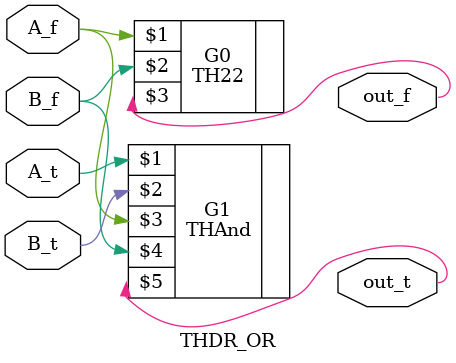
<source format=v>
module THDR_OR(A_t, A_f, B_t, B_f, out_t, out_f);

input A_t, A_f, B_t,B_f;
output out_t, out_f;

TH22 G0(A_f, B_f, out_f);
THAnd G1(A_t, B_t, A_f, B_f, out_t);

endmodule

</source>
